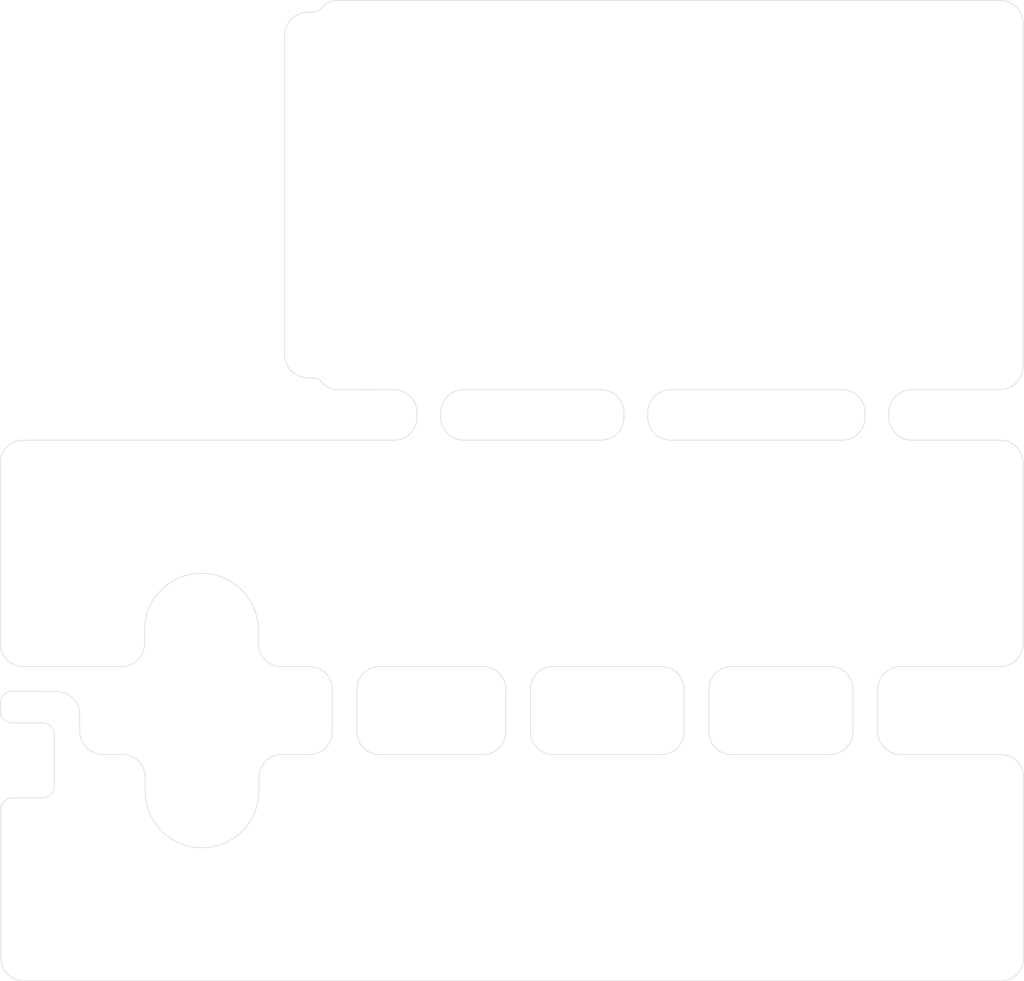
<source format=kicad_pcb>
(kicad_pcb (version 20221018) (generator pcbnew)

  (general
    (thickness 1.6)
  )

  (paper "A4")
  (layers
    (0 "F.Cu" signal)
    (31 "B.Cu" signal)
    (32 "B.Adhes" user "B.Adhesive")
    (33 "F.Adhes" user "F.Adhesive")
    (34 "B.Paste" user)
    (35 "F.Paste" user)
    (36 "B.SilkS" user "B.Silkscreen")
    (37 "F.SilkS" user "F.Silkscreen")
    (38 "B.Mask" user)
    (39 "F.Mask" user)
    (40 "Dwgs.User" user "User.Drawings")
    (41 "Cmts.User" user "User.Comments")
    (42 "Eco1.User" user "User.Eco1")
    (43 "Eco2.User" user "User.Eco2")
    (44 "Edge.Cuts" user)
    (45 "Margin" user)
    (46 "B.CrtYd" user "B.Courtyard")
    (47 "F.CrtYd" user "F.Courtyard")
    (48 "B.Fab" user)
    (49 "F.Fab" user)
    (50 "User.1" user)
    (51 "User.2" user)
    (52 "User.3" user)
    (53 "User.4" user)
    (54 "User.5" user)
    (55 "User.6" user)
    (56 "User.7" user)
    (57 "User.8" user)
    (58 "User.9" user)
  )

  (setup
    (stackup
      (layer "F.SilkS" (type "Top Silk Screen"))
      (layer "F.Paste" (type "Top Solder Paste"))
      (layer "F.Mask" (type "Top Solder Mask") (thickness 0.01))
      (layer "F.Cu" (type "copper") (thickness 0.035))
      (layer "dielectric 1" (type "core") (thickness 1.51) (material "FR4") (epsilon_r 4.5) (loss_tangent 0.02))
      (layer "B.Cu" (type "copper") (thickness 0.035))
      (layer "B.Mask" (type "Bottom Solder Mask") (thickness 0.01))
      (layer "B.Paste" (type "Bottom Solder Paste"))
      (layer "B.SilkS" (type "Bottom Silk Screen"))
      (copper_finish "None")
      (dielectric_constraints no)
    )
    (pad_to_mask_clearance 0)
    (pcbplotparams
      (layerselection 0x00010fc_ffffffff)
      (plot_on_all_layers_selection 0x0000000_00000000)
      (disableapertmacros false)
      (usegerberextensions false)
      (usegerberattributes true)
      (usegerberadvancedattributes true)
      (creategerberjobfile true)
      (dashed_line_dash_ratio 12.000000)
      (dashed_line_gap_ratio 3.000000)
      (svgprecision 4)
      (plotframeref false)
      (viasonmask false)
      (mode 1)
      (useauxorigin false)
      (hpglpennumber 1)
      (hpglpenspeed 20)
      (hpglpendiameter 15.000000)
      (dxfpolygonmode true)
      (dxfimperialunits true)
      (dxfusepcbnewfont true)
      (psnegative false)
      (psa4output false)
      (plotreference true)
      (plotvalue true)
      (plotinvisibletext false)
      (sketchpadsonfab false)
      (subtractmaskfromsilk false)
      (outputformat 1)
      (mirror false)
      (drillshape 1)
      (scaleselection 1)
      (outputdirectory "")
    )
  )

  (net 0 "")

  (gr_line (start 139.55 99.4) (end 130.75 99.4)
    (stroke (width 0.05) (type default)) (layer "Edge.Cuts") (tstamp 006773a6-7996-48a1-8112-1993f95f1a76))
  (gr_line (start 99.399999 104.2) (end 101.999999 104.2)
    (stroke (width 0.05) (type default)) (layer "Edge.Cuts") (tstamp 012f3de2-4a3f-4650-b0cb-80a6fb34517a))
  (gr_arc (start 130.75 106.9) (mid 129.371141 106.328859) (end 128.8 104.95)
    (stroke (width 0.05) (type default)) (layer "Edge.Cuts") (tstamp 02189669-b8e2-4dee-bc7d-dcf91db5dc2d))
  (gr_arc (start 155.55 80.1) (mid 154.171142 79.528858) (end 153.6 78.15)
    (stroke (width 0.05) (type default)) (layer "Edge.Cuts") (tstamp 024efd42-5f4b-4ad5-b7ab-52d0ca1117c0))
  (gr_line (start 131.971138 80.1) (end 100.350006 80.1)
    (stroke (width 0.05) (type default)) (layer "Edge.Cuts") (tstamp 06410f22-bd41-4aa4-88b9-48413e45c6c8))
  (gr_arc (start 128.8 101.35) (mid 129.371141 99.971141) (end 130.75 99.4)
    (stroke (width 0.05) (type default)) (layer "Edge.Cuts") (tstamp 0cf911fc-2bcf-4062-a9b0-d8a2dc4bb0c0))
  (gr_line (start 149.621141 75.8) (end 137.899997 75.8)
    (stroke (width 0.05) (type default)) (layer "Edge.Cuts") (tstamp 0d1d80c2-b237-4fbb-b9b0-3bde6f4c36f6))
  (gr_arc (start 158.8 101.35) (mid 159.371142 99.971142) (end 160.75 99.4)
    (stroke (width 0.05) (type default)) (layer "Edge.Cuts") (tstamp 0ddb1288-b73a-4f62-ac36-f68812944b7b))
  (gr_line (start 175.15 106.9) (end 183.699996 106.900003)
    (stroke (width 0.05) (type default)) (layer "Edge.Cuts") (tstamp 1503d637-1e72-4623-8049-5e7ae2114e2b))
  (gr_line (start 133.921138 77.75) (end 133.921138 78.15)
    (stroke (width 0.05) (type default)) (layer "Edge.Cuts") (tstamp 16176c3f-42e9-4476-be11-c4aaa71a88be))
  (gr_line (start 151.571141 77.75) (end 151.571141 78.15)
    (stroke (width 0.05) (type default)) (layer "Edge.Cuts") (tstamp 1806c62e-ea9b-4c6f-95b7-f529c4e8f377))
  (gr_arc (start 171.1 104.95) (mid 170.528859 106.328859) (end 169.15 106.9)
    (stroke (width 0.05) (type default)) (layer "Edge.Cuts") (tstamp 1b3fd804-5789-4597-9075-7564b7b9cc48))
  (gr_line (start 137.899997 80.1) (end 149.621141 80.1)
    (stroke (width 0.05) (type default)) (layer "Edge.Cuts") (tstamp 204c97b1-48bc-40b0-9fb1-26af90866b66))
  (gr_line (start 143.6 101.35) (end 143.6 104.95)
    (stroke (width 0.05) (type default)) (layer "Edge.Cuts") (tstamp 2ae6ca88-8886-4f1b-9e5c-b451a91220a2))
  (gr_line (start 110.749999 108.85) (end 110.749999 110)
    (stroke (width 0.05) (type default)) (layer "Edge.Cuts") (tstamp 2bb0c578-7bf5-4af5-b8c8-106f079e2f5c))
  (gr_line (start 183.6 75.8) (end 176.099997 75.8)
    (stroke (width 0.05) (type default)) (layer "Edge.Cuts") (tstamp 2bc09505-06d0-40a6-9046-3b31f1569dbd))
  (gr_arc (start 98.400006 82.05) (mid 98.971147 80.671141) (end 100.350006 80.1)
    (stroke (width 0.05) (type default)) (layer "Edge.Cuts") (tstamp 2c17295c-e9eb-4b9b-86a2-10c82b0e5743))
  (gr_arc (start 126.7 104.95) (mid 126.128859 106.328859) (end 124.75 106.9)
    (stroke (width 0.05) (type default)) (layer "Edge.Cuts") (tstamp 2cfb3876-114a-4494-a5f2-def6e3ab2d95))
  (gr_arc (start 100.400002 126.199997) (mid 99.021143 125.628856) (end 98.450002 124.249997)
    (stroke (width 0.05) (type default)) (layer "Edge.Cuts") (tstamp 2f3db8fa-6bbe-4d38-ac43-cb90d04aded2))
  (gr_line (start 128.8 101.35) (end 128.8 104.95)
    (stroke (width 0.05) (type default)) (layer "Edge.Cuts") (tstamp 2f4217c8-6909-4213-ac1a-86da0cd62464))
  (gr_line (start 154.75 99.4) (end 145.55 99.4)
    (stroke (width 0.05) (type default)) (layer "Edge.Cuts") (tstamp 2fc746de-ac18-42bc-bf17-8886864f6e35))
  (gr_arc (start 125.771555 43.243604) (mid 125.486091 43.504673) (end 125.111934 43.602921)
    (stroke (width 0.05) (type default)) (layer "Edge.Cuts") (tstamp 30c7e4f9-b7dc-4432-9b66-57be973c403e))
  (gr_arc (start 143.6 101.35) (mid 144.171141 99.971141) (end 145.55 99.4)
    (stroke (width 0.05) (type default)) (layer "Edge.Cuts") (tstamp 34d49215-c40b-487d-ad74-f687bb2d8d09))
  (gr_arc (start 137.899997 80.1) (mid 136.521138 79.528859) (end 135.949997 78.15)
    (stroke (width 0.05) (type default)) (layer "Edge.Cuts") (tstamp 35200097-4c32-48c9-9cd7-84e6434595e6))
  (gr_arc (start 169.15 99.4) (mid 170.528859 99.971141) (end 171.1 101.35)
    (stroke (width 0.05) (type default)) (layer "Edge.Cuts") (tstamp 3806da2b-3951-4f4a-ba4b-8ffc6e601536))
  (gr_arc (start 125.771555 43.243604) (mid 126.439065 42.767953) (end 127.241315 42.6)
    (stroke (width 0.05) (type default)) (layer "Edge.Cuts") (tstamp 3b2e7582-9c1d-4c41-8361-ac91397aae8e))
  (gr_line (start 185.649996 124.249997) (end 185.649996 108.850003)
    (stroke (width 0.05) (type default)) (layer "Edge.Cuts") (tstamp 3bb5da4b-b88c-4c39-a549-be1cd2f5be34))
  (gr_line (start 125.111934 43.602921) (end 124.623868 43.614041)
    (stroke (width 0.05) (type default)) (layer "Edge.Cuts") (tstamp 3e9b8ec0-4501-4719-b06b-0a53507b324a))
  (gr_arc (start 176.099997 80.1) (mid 174.721139 79.528858) (end 174.149997 78.15)
    (stroke (width 0.05) (type default)) (layer "Edge.Cuts") (tstamp 40d50ae9-f08e-4959-9524-9e93c8d3334d))
  (gr_line (start 120.449999 108.85) (end 120.449999 110)
    (stroke (width 0.05) (type default)) (layer "Edge.Cuts") (tstamp 46da417e-c39e-4e78-965b-bf967829a4b4))
  (gr_line (start 103.22114 101.528859) (end 99.4 101.500001)
    (stroke (width 0.05) (type default)) (layer "Edge.Cuts") (tstamp 49c71ee9-f95d-4e33-8df2-88e83ba50589))
  (gr_line (start 110.700003 97.449997) (end 110.700003 96.299997)
    (stroke (width 0.05) (type default)) (layer "Edge.Cuts") (tstamp 4e36f309-6cb7-479c-b626-fb0b674ac64b))
  (gr_line (start 125.111934 74.792979) (end 124.623868 74.785959)
    (stroke (width 0.05) (type default)) (layer "Edge.Cuts") (tstamp 51fae914-ad20-44ba-894e-39835dd0aa7d))
  (gr_line (start 183.65 99.399994) (end 175.15 99.4)
    (stroke (width 0.05) (type default)) (layer "Edge.Cuts") (tstamp 545f5e17-4822-40b1-a3d4-9f3816b473d4))
  (gr_arc (start 153.6 77.75) (mid 154.171141 76.371141) (end 155.55 75.8)
    (stroke (width 0.05) (type default)) (layer "Edge.Cuts") (tstamp 585b610f-63cf-46d2-b98e-06f649802869))
  (gr_line (start 102.999999 105.2) (end 102.999999 109.592893)
    (stroke (width 0.05) (type default)) (layer "Edge.Cuts") (tstamp 58761c7a-a59f-46ac-9480-d8943c2cc3f9))
  (gr_arc (start 149.621141 75.8) (mid 151 76.371141) (end 151.571141 77.75)
    (stroke (width 0.05) (type default)) (layer "Edge.Cuts") (tstamp 5a86cff4-a145-406d-bac5-f383cf9ac6a2))
  (gr_arc (start 124.623868 74.785959) (mid 123.209654 74.200173) (end 122.623868 72.785959)
    (stroke (width 0.05) (type default)) (layer "Edge.Cuts") (tstamp 5fcf26c0-5ae4-439e-8a11-f4300aa35ddb))
  (gr_line (start 141.5 101.35) (end 141.5 104.95)
    (stroke (width 0.05) (type default)) (layer "Edge.Cuts") (tstamp 6242464c-3742-4f9e-8eef-83f615366a62))
  (gr_line (start 108.799999 106.9) (end 107.17114 106.9)
    (stroke (width 0.05) (type default)) (layer "Edge.Cuts") (tstamp 6a856fd5-22a4-43a7-98c0-5e110f64faf1))
  (gr_arc (start 170.171138 75.8) (mid 171.549997 76.371141) (end 172.121138 77.75)
    (stroke (width 0.05) (type default)) (layer "Edge.Cuts") (tstamp 6c8ac8b7-fb4d-454b-b873-ec07947d5d13))
  (gr_line (start 169.15 99.4) (end 160.75 99.4)
    (stroke (width 0.05) (type default)) (layer "Edge.Cuts") (tstamp 6e8fd7c5-83c3-4bb8-93c6-70fba50b7ad2))
  (gr_arc (start 185.649996 124.249997) (mid 185.078855 125.628856) (end 183.699996 126.199997)
    (stroke (width 0.05) (type default)) (layer "Edge.Cuts") (tstamp 6f39c0c9-266f-4ca1-8d46-637c9e60f33c))
  (gr_arc (start 110.700003 96.299997) (mid 115.550003 91.449997) (end 120.400003 96.299997)
    (stroke (width 0.05) (type default)) (layer "Edge.Cuts") (tstamp 704d42f5-3b76-4742-aa61-a9d44d2ec2c6))
  (gr_arc (start 125.111934 74.792979) (mid 125.486091 74.891227) (end 125.771555 75.152296)
    (stroke (width 0.05) (type default)) (layer "Edge.Cuts") (tstamp 7289d32a-e960-4fe7-adfb-e2454e9b67ef))
  (gr_line (start 124.75 106.9) (end 122.399999 106.9)
    (stroke (width 0.05) (type default)) (layer "Edge.Cuts") (tstamp 75f074c4-4f53-4880-b5ba-3ac2933713c3))
  (gr_line (start 105.17114 103.478859) (end 105.17114 104.9)
    (stroke (width 0.05) (type default)) (layer "Edge.Cuts") (tstamp 75f731db-9d07-4e77-b5b8-3a0a8f51f17c))
  (gr_arc (start 173.2 101.35) (mid 173.771141 99.971141) (end 175.15 99.4)
    (stroke (width 0.05) (type default)) (layer "Edge.Cuts") (tstamp 762aff5a-1927-4346-95bb-10156c4f936a))
  (gr_arc (start 122.350003 99.399997) (mid 120.971144 98.828856) (end 120.400003 97.449997)
    (stroke (width 0.05) (type default)) (layer "Edge.Cuts") (tstamp 782e4cf6-a7e5-4f25-a94b-7d9f3b57a418))
  (gr_line (start 120.400003 97.449997) (end 120.400003 96.299997)
    (stroke (width 0.05) (type default)) (layer "Edge.Cuts") (tstamp 7a555b94-8fbc-4310-8408-6614e91d1039))
  (gr_line (start 185.6 82.05) (end 185.6 97.449994)
    (stroke (width 0.05) (type default)) (layer "Edge.Cuts") (tstamp 7a5de618-b30b-4f1e-b199-c2ac8cc2a2f9))
  (gr_line (start 101.999999 110.592893) (end 99.449999 110.6)
    (stroke (width 0.05) (type default)) (layer "Edge.Cuts") (tstamp 7ab55762-80aa-4198-9cbd-aaad5cb5580a))
  (gr_arc (start 145.55 106.9) (mid 144.171145 106.328857) (end 143.6 104.95)
    (stroke (width 0.05) (type default)) (layer "Edge.Cuts") (tstamp 7bc4f6fd-99b1-47d0-9a73-09d20436e357))
  (gr_arc (start 99.399999 104.2) (mid 98.692892 103.907107) (end 98.399999 103.2)
    (stroke (width 0.05) (type default)) (layer "Edge.Cuts") (tstamp 84a7d2a9-3911-4009-af1a-6cfe062ea9b4))
  (gr_arc (start 110.700003 97.449997) (mid 110.128862 98.828856) (end 108.750003 99.399997)
    (stroke (width 0.05) (type default)) (layer "Edge.Cuts") (tstamp 85f034da-7220-4935-9bb9-6f93cb1e2b5f))
  (gr_arc (start 154.75 99.4) (mid 156.128859 99.971141) (end 156.7 101.35)
    (stroke (width 0.05) (type default)) (layer "Edge.Cuts") (tstamp 8cba4470-a2ea-4a8c-8aae-0e7369b988c8))
  (gr_arc (start 107.17114 106.9) (mid 105.756926 106.314214) (end 105.17114 104.9)
    (stroke (width 0.05) (type default)) (layer "Edge.Cuts") (tstamp 8d23bf11-011a-4c8a-9eb0-ca589479f873))
  (gr_arc (start 185.6 97.449994) (mid 185.028859 98.828853) (end 183.65 99.399994)
    (stroke (width 0.05) (type default)) (layer "Edge.Cuts") (tstamp 8f2f4319-33b7-40c2-a9a4-0c1c6a30b4d2))
  (gr_arc (start 185.6 73.8) (mid 185.014214 75.214214) (end 183.6 75.8)
    (stroke (width 0.05) (type default)) (layer "Edge.Cuts") (tstamp 910e2052-9af7-42b0-bb3a-af38dd27efac))
  (gr_line (start 135.949997 77.75) (end 135.949997 78.15)
    (stroke (width 0.05) (type default)) (layer "Edge.Cuts") (tstamp 92aa9929-54b4-49ec-8ea4-f52845af40a3))
  (gr_arc (start 183.6 42.6) (mid 185.014214 43.185786) (end 185.6 44.6)
    (stroke (width 0.05) (type default)) (layer "Edge.Cuts") (tstamp 954efcbf-3b03-4ec2-9b7f-2a7b482773ae))
  (gr_arc (start 127.241315 75.7959) (mid 126.439065 75.627947) (end 125.771555 75.152296)
    (stroke (width 0.05) (type default)) (layer "Edge.Cuts") (tstamp 9cab1613-0df1-44df-93a2-cf7ff0dc490d))
  (gr_arc (start 98.449999 111.6) (mid 98.742892 110.892893) (end 99.449999 110.6)
    (stroke (width 0.05) (type default)) (layer "Edge.Cuts") (tstamp a0876928-637f-44b3-88b0-170e19c224de))
  (gr_arc (start 102.999999 109.592893) (mid 102.707106 110.3) (end 101.999999 110.592893)
    (stroke (width 0.05) (type default)) (layer "Edge.Cuts") (tstamp a21b90d6-983e-4b3c-84af-b640e2948b9f))
  (gr_line (start 98.399999 103.2) (end 98.4 102.500001)
    (stroke (width 0.05) (type default)) (layer "Edge.Cuts") (tstamp abd05255-e249-4109-bdea-bee5eeaad03a))
  (gr_arc (start 124.75 99.4) (mid 126.128859 99.971141) (end 126.7 101.35)
    (stroke (width 0.05) (type default)) (layer "Edge.Cuts") (tstamp b0d7698d-5016-4919-9924-f210494e0b54))
  (gr_line (start 130.75 106.9) (end 139.55 106.9)
    (stroke (width 0.05) (type default)) (layer "Edge.Cuts") (tstamp b3e9361c-73f0-4d6f-9af9-ded5c84c7ad2))
  (gr_line (start 98.449999 111.6) (end 98.450002 124.249997)
    (stroke (width 0.05) (type default)) (layer "Edge.Cuts") (tstamp b5015da8-c4e7-413a-a2f5-f43b08fd48da))
  (gr_arc (start 108.799999 106.9) (mid 110.178858 107.471141) (end 110.749999 108.85)
    (stroke (width 0.05) (type default)) (layer "Edge.Cuts") (tstamp b513e76c-3baa-463f-982d-b74ae7cb7519))
  (gr_arc (start 183.699996 106.900003) (mid 185.078855 107.471144) (end 185.649996 108.850003)
    (stroke (width 0.05) (type default)) (layer "Edge.Cuts") (tstamp b761bd25-83d2-4016-9617-3ecdb302877d))
  (gr_line (start 145.55 106.9) (end 154.75 106.9)
    (stroke (width 0.05) (type default)) (layer "Edge.Cuts") (tstamp b785b97b-b93c-48b9-a099-841abb2ec138))
  (gr_arc (start 141.5 104.95) (mid 140.928859 106.328859) (end 139.55 106.9)
    (stroke (width 0.05) (type default)) (layer "Edge.Cuts") (tstamp b7e3c6ed-2732-479e-9c6e-bf6668b15f44))
  (gr_arc (start 172.121138 78.15) (mid 171.549997 79.528859) (end 170.171138 80.1)
    (stroke (width 0.05) (type default)) (layer "Edge.Cuts") (tstamp b91ed322-4a38-4c42-8cd1-cab6084c8bc7))
  (gr_line (start 170.171138 75.8) (end 155.55 75.8)
    (stroke (width 0.05) (type default)) (layer "Edge.Cuts") (tstamp ba89e50d-e53e-4a9c-b1ce-b575d5c70a42))
  (gr_line (start 158.8 101.35) (end 158.8 104.95)
    (stroke (width 0.05) (type default)) (layer "Edge.Cuts") (tstamp bb761993-f909-4f65-bf12-24666792ed9c))
  (gr_arc (start 122.623868 45.614041) (mid 123.209654 44.199827) (end 124.623868 43.614041)
    (stroke (width 0.05) (type default)) (layer "Edge.Cuts") (tstamp bd8e6f3d-6338-488f-88da-a5f1cf40cf36))
  (gr_line (start 176.099997 80.1) (end 183.65 80.1)
    (stroke (width 0.05) (type default)) (layer "Edge.Cuts") (tstamp bfa770b4-64f6-40e2-a579-2c450e82ec8b))
  (gr_arc (start 160.75 106.9) (mid 159.371145 106.328855) (end 158.8 104.95)
    (stroke (width 0.05) (type default)) (layer "Edge.Cuts") (tstamp c00fa8d8-5677-4482-ba04-9c8010b517f0))
  (gr_line (start 174.149997 77.75) (end 174.149997 78.15)
    (stroke (width 0.05) (type default)) (layer "Edge.Cuts") (tstamp c0a76962-4c48-44eb-95e1-9a1ae7ff6898))
  (gr_arc (start 156.7 104.95) (mid 156.128859 106.328859) (end 154.75 106.9)
    (stroke (width 0.05) (type default)) (layer "Edge.Cuts") (tstamp c16f0cf1-58a9-4f25-9def-09c88533a500))
  (gr_line (start 100.400002 126.199997) (end 183.699996 126.199997)
    (stroke (width 0.05) (type default)) (layer "Edge.Cuts") (tstamp c28bff40-9098-4e2e-ad58-dc5f31f374b7))
  (gr_line (start 98.400003 97.449997) (end 98.400006 82.05)
    (stroke (width 0.05) (type default)) (layer "Edge.Cuts") (tstamp c4391719-a86f-467c-8562-599387253389))
  (gr_arc (start 135.949997 77.75) (mid 136.521138 76.371141) (end 137.899997 75.8)
    (stroke (width 0.05) (type default)) (layer "Edge.Cuts") (tstamp c654ff92-5a60-46ed-8272-d8318ae46069))
  (gr_line (start 171.1 101.35) (end 171.1 104.95)
    (stroke (width 0.05) (type default)) (layer "Edge.Cuts") (tstamp c6e7cdcb-0ddc-4c65-ae08-ecc1cd4c4604))
  (gr_arc (start 98.4 102.500001) (mid 98.692893 101.792894) (end 99.4 101.500001)
    (stroke (width 0.05) (type default)) (layer "Edge.Cuts") (tstamp c98ff248-5b96-4070-82ef-b6d692f97824))
  (gr_line (start 155.55 80.1) (end 170.171138 80.1)
    (stroke (width 0.05) (type default)) (layer "Edge.Cuts") (tstamp ca5dda97-535d-49e6-ae60-f02a54d5bb9c))
  (gr_line (start 131.971138 75.8) (end 127.241315 75.7959)
    (stroke (width 0.05) (type default)) (layer "Edge.Cuts") (tstamp cd24ae47-c8ca-4d7e-ac50-81634debc4f4))
  (gr_line (start 122.350003 99.399997) (end 124.75 99.4)
    (stroke (width 0.05) (type default)) (layer "Edge.Cuts") (tstamp cdd6ec6d-2f9e-44a6-95f7-a84d0d0a28a2))
  (gr_arc (start 175.15 106.9) (mid 173.771142 106.328858) (end 173.2 104.95)
    (stroke (width 0.05) (type default)) (layer "Edge.Cuts") (tstamp cf7b31b5-7fa2-49d3-a075-af44cbdf5606))
  (gr_arc (start 183.65 80.1) (mid 185.028859 80.671141) (end 185.6 82.05)
    (stroke (width 0.05) (type default)) (layer "Edge.Cuts") (tstamp d6adc1ff-a54a-46bd-801e-788d0aa3aed9))
  (gr_line (start 153.6 77.75) (end 153.6 78.15)
    (stroke (width 0.05) (type default)) (layer "Edge.Cuts") (tstamp dc46f602-611f-4e60-839b-b6e5f961bf13))
  (gr_arc (start 139.55 99.4) (mid 140.928859 99.971141) (end 141.5 101.35)
    (stroke (width 0.05) (type default)) (layer "Edge.Cuts") (tstamp ddd4ab74-759d-48de-9744-bd10147239ff))
  (gr_arc (start 101.999999 104.2) (mid 102.707106 104.492893) (end 102.999999 105.2)
    (stroke (width 0.05) (type default)) (layer "Edge.Cuts") (tstamp de085e69-3697-4878-8f65-ce490090ae25))
  (gr_arc (start 151.571141 78.15) (mid 151 79.528859) (end 149.621141 80.1)
    (stroke (width 0.05) (type default)) (layer "Edge.Cuts") (tstamp de8eddc4-777f-4dab-9679-f48e6767217a))
  (gr_arc (start 120.449999 110) (mid 115.599999 114.85) (end 110.749999 110)
    (stroke (width 0.05) (type default)) (layer "Edge.Cuts") (tstamp df1c4384-0618-4ef3-ba99-b551ff0d9ebb))
  (gr_arc (start 133.921138 78.15) (mid 133.349997 79.528859) (end 131.971138 80.1)
    (stroke (width 0.05) (type default)) (layer "Edge.Cuts") (tstamp e126ca28-177b-407f-984c-6e931fbb18f8))
  (gr_arc (start 174.149997 77.75) (mid 174.721138 76.371141) (end 176.099997 75.8)
    (stroke (width 0.05) (type default)) (layer "Edge.Cuts") (tstamp e1884240-afdc-4ecc-a670-da55176ff714))
  (gr_line (start 156.7 101.35) (end 156.7 104.95)
    (stroke (width 0.05) (type default)) (layer "Edge.Cuts") (tstamp e1a6633a-d9d4-4d10-9071-6ebf8a5877c6))
  (gr_arc (start 100.350003 99.399997) (mid 98.971144 98.828856) (end 98.400003 97.449997)
    (stroke (width 0.05) (type default)) (layer "Edge.Cuts") (tstamp e43bfb46-1085-4d18-8978-7e3f56aa153c))
  (gr_line (start 172.121138 77.75) (end 172.121138 78.15)
    (stroke (width 0.05) (type default)) (layer "Edge.Cuts") (tstamp e632c680-976e-4a46-9828-0d4df1e09b39))
  (gr_line (start 122.623868 72.785959) (end 122.623868 45.614041)
    (stroke (width 0.05) (type default)) (layer "Edge.Cuts") (tstamp e69fec4f-df92-428f-bde6-19fb2670c6aa))
  (gr_line (start 185.6 73.8) (end 185.6 44.6)
    (stroke (width 0.05) (type default)) (layer "Edge.Cuts") (tstamp e9225a70-202d-4668-87f5-59e757952f85))
  (gr_arc (start 131.971138 75.8) (mid 133.349997 76.371141) (end 133.921138 77.75)
    (stroke (width 0.05) (type default)) (layer "Edge.Cuts") (tstamp ea0f32eb-b339-4dd4-91c5-0f3054e916fc))
  (gr_line (start 160.75 106.9) (end 169.15 106.9)
    (stroke (width 0.05) (type default)) (layer "Edge.Cuts") (tstamp ec7ce399-e84f-4cc3-89a9-8e407017829a))
  (gr_arc (start 103.22114 101.528859) (mid 104.599999 102.1) (end 105.17114 103.478859)
    (stroke (width 0.05) (type default)) (layer "Edge.Cuts") (tstamp f0d3a5e9-9d65-4322-81d4-747563da3011))
  (gr_arc (start 120.449999 108.85) (mid 121.02114 107.471141) (end 122.399999 106.9)
    (stroke (width 0.05) (type default)) (layer "Edge.Cuts") (tstamp f273ea18-16bd-4894-9d00-d3527609313b))
  (gr_line (start 126.7 101.35) (end 126.7 104.95)
    (stroke (width 0.05) (type default)) (layer "Edge.Cuts") (tstamp f28d6112-a6f6-41e2-9bad-5c37d5cbe977))
  (gr_line (start 108.750003 99.399997) (end 100.350003 99.399997)
    (stroke (width 0.05) (type default)) (layer "Edge.Cuts") (tstamp f3658b5c-1025-46fd-b73d-51fca9b5f1b1))
  (gr_line (start 173.2 101.35) (end 173.2 104.95)
    (stroke (width 0.05) (type default)) (layer "Edge.Cuts") (tstamp f6565ad4-3249-40f9-9b88-1ab1c0d6824b))
  (gr_line (start 183.6 42.6) (end 127.241315 42.6)
    (stroke (width 0.05) (type default)) (layer "Edge.Cuts") (tstamp f9074de4-e82f-49b3-bd3a-e58042383b59))

  (group "" (id 25025d8b-7977-4edf-ab69-c4281168bd21)
    (members
      02189669-b8e2-4dee-bc7d-dcf91db5dc2d
      0cf911fc-2bcf-4062-a9b0-d8a2dc4bb0c0
      2cfb3876-114a-4494-a5f2-def6e3ab2d95
      2f4217c8-6909-4213-ac1a-86da0cd62464
      b0d7698d-5016-4919-9924-f210494e0b54
      f28d6112-a6f6-41e2-9bad-5c37d5cbe977
    )
  )
  (group "" (id 2dc4b127-dbdb-4955-81ba-59b60f76a9c4)
    (members
      40d50ae9-f08e-4959-9524-9e93c8d3334d
      6c8ac8b7-fb4d-454b-b873-ec07947d5d13
      b91ed322-4a38-4c42-8cd1-cab6084c8bc7
      c0a76962-4c48-44eb-95e1-9a1ae7ff6898
      e1884240-afdc-4ecc-a670-da55176ff714
      e632c680-976e-4a46-9828-0d4df1e09b39
    )
  )
  (group "" (id 3d0aadf0-5607-442c-a0c5-d221215f61a3)
    (members
      16176c3f-42e9-4476-be11-c4aaa71a88be
      35200097-4c32-48c9-9cd7-84e6434595e6
      92aa9929-54b4-49ec-8ea4-f52845af40a3
      c654ff92-5a60-46ed-8272-d8318ae46069
      e126ca28-177b-407f-984c-6e931fbb18f8
      ea0f32eb-b339-4dd4-91c5-0f3054e916fc
    )
  )
  (group "" (id 4093cb1c-45d8-4ca9-8591-d407012808b0)
    (members
      2ae6ca88-8886-4f1b-9e5c-b451a91220a2
      34d49215-c40b-487d-ad74-f687bb2d8d09
      6242464c-3742-4f9e-8eef-83f615366a62
      7bc4f6fd-99b1-47d0-9a73-09d20436e357
      b7e3c6ed-2732-479e-9c6e-bf6668b15f44
      ddd4ab74-759d-48de-9744-bd10147239ff
    )
  )
  (group "" (id 74dcb9dd-5ccf-42d7-b0d6-9d5b3d30c3fe)
    (members
      024efd42-5f4b-4ad5-b7ab-52d0ca1117c0
      1806c62e-ea9b-4c6f-95b7-f529c4e8f377
      585b610f-63cf-46d2-b98e-06f649802869
      5a86cff4-a145-406d-bac5-f383cf9ac6a2
      dc46f602-611f-4e60-839b-b6e5f961bf13
      de8eddc4-777f-4dab-9679-f48e6767217a
    )
  )
  (group "" (id 7aeee66d-bb62-4a58-b4ad-fc0303e4d55c)
    (members
      0ddb1288-b73a-4f62-ac36-f68812944b7b
      8cba4470-a2ea-4a8c-8aae-0e7369b988c8
      bb761993-f909-4f65-bf12-24666792ed9c
      c00fa8d8-5677-4482-ba04-9c8010b517f0
      c16f0cf1-58a9-4f25-9def-09c88533a500
      e1a6633a-d9d4-4d10-9071-6ebf8a5877c6
    )
  )
  (group "" (id b08dc7fc-abab-49af-bd0f-1d8694369740)
    (members
      1b3fd804-5789-4597-9075-7564b7b9cc48
      3806da2b-3951-4f4a-ba4b-8ffc6e601536
      762aff5a-1927-4346-95bb-10156c4f936a
      c6e7cdcb-0ddc-4c65-ae08-ecc1cd4c4604
      cf7b31b5-7fa2-49d3-a075-af44cbdf5606
      f6565ad4-3249-40f9-9b88-1ab1c0d6824b
    )
  )
)

</source>
